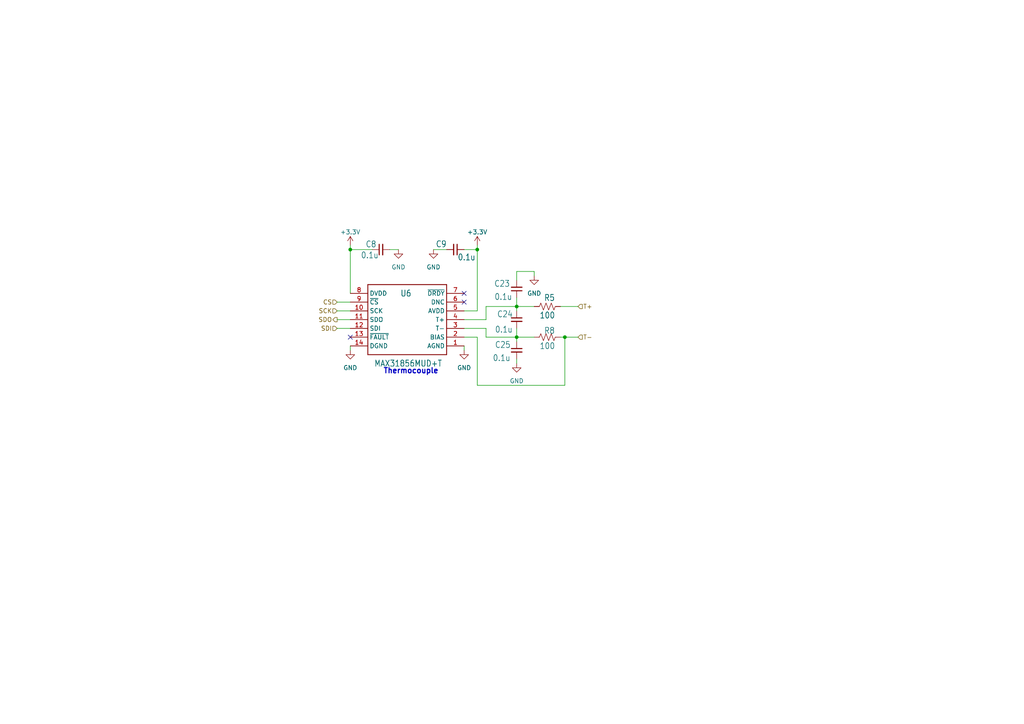
<source format=kicad_sch>
(kicad_sch
	(version 20231120)
	(generator "eeschema")
	(generator_version "8.0")
	(uuid "00f2a0ff-d799-45cb-8ff1-4e2222c2dd8d")
	(paper "A4")
	(lib_symbols
		(symbol "BRGRavionics-eagle-import:MAX31856MUD+T"
			(exclude_from_sim no)
			(in_bom yes)
			(on_board yes)
			(property "Reference" "IC"
				(at 29.21 7.62 0)
				(effects
					(font
						(size 1.778 1.5113)
					)
					(justify left)
				)
			)
			(property "Value" ""
				(at 29.21 5.08 0)
				(effects
					(font
						(size 1.778 1.5113)
					)
					(justify left)
				)
			)
			(property "Footprint" "BRGRavionics:SOP65P640X110-14N"
				(at 0 0 0)
				(effects
					(font
						(size 1.27 1.27)
					)
					(hide yes)
				)
			)
			(property "Datasheet" ""
				(at 0 0 0)
				(effects
					(font
						(size 1.27 1.27)
					)
					(hide yes)
				)
			)
			(property "Description" ""
				(at 0 0 0)
				(effects
					(font
						(size 1.27 1.27)
					)
					(hide yes)
				)
			)
			(property "ki_locked" ""
				(at 0 0 0)
				(effects
					(font
						(size 1.27 1.27)
					)
				)
			)
			(symbol "MAX31856MUD+T_1_0"
				(polyline
					(pts
						(xy 5.08 2.54) (xy 5.08 -17.78)
					)
					(stroke
						(width 0.254)
						(type solid)
					)
					(fill
						(type none)
					)
				)
				(polyline
					(pts
						(xy 5.08 2.54) (xy 27.94 2.54)
					)
					(stroke
						(width 0.254)
						(type solid)
					)
					(fill
						(type none)
					)
				)
				(polyline
					(pts
						(xy 27.94 -17.78) (xy 5.08 -17.78)
					)
					(stroke
						(width 0.254)
						(type solid)
					)
					(fill
						(type none)
					)
				)
				(polyline
					(pts
						(xy 27.94 -17.78) (xy 27.94 2.54)
					)
					(stroke
						(width 0.254)
						(type solid)
					)
					(fill
						(type none)
					)
				)
				(pin bidirectional line
					(at 0 0 0)
					(length 5.08)
					(name "AGND"
						(effects
							(font
								(size 1.27 1.27)
							)
						)
					)
					(number "1"
						(effects
							(font
								(size 1.27 1.27)
							)
						)
					)
				)
				(pin bidirectional line
					(at 33.02 -10.16 180)
					(length 5.08)
					(name "SCK"
						(effects
							(font
								(size 1.27 1.27)
							)
						)
					)
					(number "10"
						(effects
							(font
								(size 1.27 1.27)
							)
						)
					)
				)
				(pin bidirectional line
					(at 33.02 -7.62 180)
					(length 5.08)
					(name "SDO"
						(effects
							(font
								(size 1.27 1.27)
							)
						)
					)
					(number "11"
						(effects
							(font
								(size 1.27 1.27)
							)
						)
					)
				)
				(pin bidirectional line
					(at 33.02 -5.08 180)
					(length 5.08)
					(name "SDI"
						(effects
							(font
								(size 1.27 1.27)
							)
						)
					)
					(number "12"
						(effects
							(font
								(size 1.27 1.27)
							)
						)
					)
				)
				(pin bidirectional line
					(at 33.02 -2.54 180)
					(length 5.08)
					(name "~{FAULT}"
						(effects
							(font
								(size 1.27 1.27)
							)
						)
					)
					(number "13"
						(effects
							(font
								(size 1.27 1.27)
							)
						)
					)
				)
				(pin bidirectional line
					(at 33.02 0 180)
					(length 5.08)
					(name "DGND"
						(effects
							(font
								(size 1.27 1.27)
							)
						)
					)
					(number "14"
						(effects
							(font
								(size 1.27 1.27)
							)
						)
					)
				)
				(pin bidirectional line
					(at 0 -2.54 0)
					(length 5.08)
					(name "BIAS"
						(effects
							(font
								(size 1.27 1.27)
							)
						)
					)
					(number "2"
						(effects
							(font
								(size 1.27 1.27)
							)
						)
					)
				)
				(pin bidirectional line
					(at 0 -5.08 0)
					(length 5.08)
					(name "T-"
						(effects
							(font
								(size 1.27 1.27)
							)
						)
					)
					(number "3"
						(effects
							(font
								(size 1.27 1.27)
							)
						)
					)
				)
				(pin bidirectional line
					(at 0 -7.62 0)
					(length 5.08)
					(name "T+"
						(effects
							(font
								(size 1.27 1.27)
							)
						)
					)
					(number "4"
						(effects
							(font
								(size 1.27 1.27)
							)
						)
					)
				)
				(pin bidirectional line
					(at 0 -10.16 0)
					(length 5.08)
					(name "AVDD"
						(effects
							(font
								(size 1.27 1.27)
							)
						)
					)
					(number "5"
						(effects
							(font
								(size 1.27 1.27)
							)
						)
					)
				)
				(pin bidirectional line
					(at 0 -12.7 0)
					(length 5.08)
					(name "DNC"
						(effects
							(font
								(size 1.27 1.27)
							)
						)
					)
					(number "6"
						(effects
							(font
								(size 1.27 1.27)
							)
						)
					)
				)
				(pin bidirectional line
					(at 0 -15.24 0)
					(length 5.08)
					(name "~{DRDY}"
						(effects
							(font
								(size 1.27 1.27)
							)
						)
					)
					(number "7"
						(effects
							(font
								(size 1.27 1.27)
							)
						)
					)
				)
				(pin bidirectional line
					(at 33.02 -15.24 180)
					(length 5.08)
					(name "DVDD"
						(effects
							(font
								(size 1.27 1.27)
							)
						)
					)
					(number "8"
						(effects
							(font
								(size 1.27 1.27)
							)
						)
					)
				)
				(pin bidirectional line
					(at 33.02 -12.7 180)
					(length 5.08)
					(name "~{CS}"
						(effects
							(font
								(size 1.27 1.27)
							)
						)
					)
					(number "9"
						(effects
							(font
								(size 1.27 1.27)
							)
						)
					)
				)
			)
		)
		(symbol "Device:C_Small"
			(pin_numbers hide)
			(pin_names
				(offset 0.254) hide)
			(exclude_from_sim no)
			(in_bom yes)
			(on_board yes)
			(property "Reference" "C"
				(at 0.254 1.778 0)
				(effects
					(font
						(size 1.27 1.27)
					)
					(justify left)
				)
			)
			(property "Value" "C_Small"
				(at 0.254 -2.032 0)
				(effects
					(font
						(size 1.27 1.27)
					)
					(justify left)
				)
			)
			(property "Footprint" ""
				(at 0 0 0)
				(effects
					(font
						(size 1.27 1.27)
					)
					(hide yes)
				)
			)
			(property "Datasheet" "~"
				(at 0 0 0)
				(effects
					(font
						(size 1.27 1.27)
					)
					(hide yes)
				)
			)
			(property "Description" "Unpolarized capacitor, small symbol"
				(at 0 0 0)
				(effects
					(font
						(size 1.27 1.27)
					)
					(hide yes)
				)
			)
			(property "ki_keywords" "capacitor cap"
				(at 0 0 0)
				(effects
					(font
						(size 1.27 1.27)
					)
					(hide yes)
				)
			)
			(property "ki_fp_filters" "C_*"
				(at 0 0 0)
				(effects
					(font
						(size 1.27 1.27)
					)
					(hide yes)
				)
			)
			(symbol "C_Small_0_1"
				(polyline
					(pts
						(xy -1.524 -0.508) (xy 1.524 -0.508)
					)
					(stroke
						(width 0.3302)
						(type default)
					)
					(fill
						(type none)
					)
				)
				(polyline
					(pts
						(xy -1.524 0.508) (xy 1.524 0.508)
					)
					(stroke
						(width 0.3048)
						(type default)
					)
					(fill
						(type none)
					)
				)
			)
			(symbol "C_Small_1_1"
				(pin passive line
					(at 0 2.54 270)
					(length 2.032)
					(name "~"
						(effects
							(font
								(size 1.27 1.27)
							)
						)
					)
					(number "1"
						(effects
							(font
								(size 1.27 1.27)
							)
						)
					)
				)
				(pin passive line
					(at 0 -2.54 90)
					(length 2.032)
					(name "~"
						(effects
							(font
								(size 1.27 1.27)
							)
						)
					)
					(number "2"
						(effects
							(font
								(size 1.27 1.27)
							)
						)
					)
				)
			)
		)
		(symbol "Device:R_US"
			(pin_numbers hide)
			(pin_names
				(offset 0)
			)
			(exclude_from_sim no)
			(in_bom yes)
			(on_board yes)
			(property "Reference" "R"
				(at 2.54 0 90)
				(effects
					(font
						(size 1.27 1.27)
					)
				)
			)
			(property "Value" "R_US"
				(at -2.54 0 90)
				(effects
					(font
						(size 1.27 1.27)
					)
				)
			)
			(property "Footprint" ""
				(at 1.016 -0.254 90)
				(effects
					(font
						(size 1.27 1.27)
					)
					(hide yes)
				)
			)
			(property "Datasheet" "~"
				(at 0 0 0)
				(effects
					(font
						(size 1.27 1.27)
					)
					(hide yes)
				)
			)
			(property "Description" "Resistor, US symbol"
				(at 0 0 0)
				(effects
					(font
						(size 1.27 1.27)
					)
					(hide yes)
				)
			)
			(property "ki_keywords" "R res resistor"
				(at 0 0 0)
				(effects
					(font
						(size 1.27 1.27)
					)
					(hide yes)
				)
			)
			(property "ki_fp_filters" "R_*"
				(at 0 0 0)
				(effects
					(font
						(size 1.27 1.27)
					)
					(hide yes)
				)
			)
			(symbol "R_US_0_1"
				(polyline
					(pts
						(xy 0 -2.286) (xy 0 -2.54)
					)
					(stroke
						(width 0)
						(type default)
					)
					(fill
						(type none)
					)
				)
				(polyline
					(pts
						(xy 0 2.286) (xy 0 2.54)
					)
					(stroke
						(width 0)
						(type default)
					)
					(fill
						(type none)
					)
				)
				(polyline
					(pts
						(xy 0 -0.762) (xy 1.016 -1.143) (xy 0 -1.524) (xy -1.016 -1.905) (xy 0 -2.286)
					)
					(stroke
						(width 0)
						(type default)
					)
					(fill
						(type none)
					)
				)
				(polyline
					(pts
						(xy 0 0.762) (xy 1.016 0.381) (xy 0 0) (xy -1.016 -0.381) (xy 0 -0.762)
					)
					(stroke
						(width 0)
						(type default)
					)
					(fill
						(type none)
					)
				)
				(polyline
					(pts
						(xy 0 2.286) (xy 1.016 1.905) (xy 0 1.524) (xy -1.016 1.143) (xy 0 0.762)
					)
					(stroke
						(width 0)
						(type default)
					)
					(fill
						(type none)
					)
				)
			)
			(symbol "R_US_1_1"
				(pin passive line
					(at 0 3.81 270)
					(length 1.27)
					(name "~"
						(effects
							(font
								(size 1.27 1.27)
							)
						)
					)
					(number "1"
						(effects
							(font
								(size 1.27 1.27)
							)
						)
					)
				)
				(pin passive line
					(at 0 -3.81 90)
					(length 1.27)
					(name "~"
						(effects
							(font
								(size 1.27 1.27)
							)
						)
					)
					(number "2"
						(effects
							(font
								(size 1.27 1.27)
							)
						)
					)
				)
			)
		)
		(symbol "power:+3.3V"
			(power)
			(pin_names
				(offset 0)
			)
			(exclude_from_sim no)
			(in_bom yes)
			(on_board yes)
			(property "Reference" "#PWR"
				(at 0 -3.81 0)
				(effects
					(font
						(size 1.27 1.27)
					)
					(hide yes)
				)
			)
			(property "Value" "+3.3V"
				(at 0 3.556 0)
				(effects
					(font
						(size 1.27 1.27)
					)
				)
			)
			(property "Footprint" ""
				(at 0 0 0)
				(effects
					(font
						(size 1.27 1.27)
					)
					(hide yes)
				)
			)
			(property "Datasheet" ""
				(at 0 0 0)
				(effects
					(font
						(size 1.27 1.27)
					)
					(hide yes)
				)
			)
			(property "Description" "Power symbol creates a global label with name \"+3.3V\""
				(at 0 0 0)
				(effects
					(font
						(size 1.27 1.27)
					)
					(hide yes)
				)
			)
			(property "ki_keywords" "global power"
				(at 0 0 0)
				(effects
					(font
						(size 1.27 1.27)
					)
					(hide yes)
				)
			)
			(symbol "+3.3V_0_1"
				(polyline
					(pts
						(xy -0.762 1.27) (xy 0 2.54)
					)
					(stroke
						(width 0)
						(type default)
					)
					(fill
						(type none)
					)
				)
				(polyline
					(pts
						(xy 0 0) (xy 0 2.54)
					)
					(stroke
						(width 0)
						(type default)
					)
					(fill
						(type none)
					)
				)
				(polyline
					(pts
						(xy 0 2.54) (xy 0.762 1.27)
					)
					(stroke
						(width 0)
						(type default)
					)
					(fill
						(type none)
					)
				)
			)
			(symbol "+3.3V_1_1"
				(pin power_in line
					(at 0 0 90)
					(length 0) hide
					(name "+3.3V"
						(effects
							(font
								(size 1.27 1.27)
							)
						)
					)
					(number "1"
						(effects
							(font
								(size 1.27 1.27)
							)
						)
					)
				)
			)
		)
		(symbol "power:GND"
			(power)
			(pin_names
				(offset 0)
			)
			(exclude_from_sim no)
			(in_bom yes)
			(on_board yes)
			(property "Reference" "#PWR"
				(at 0 -6.35 0)
				(effects
					(font
						(size 1.27 1.27)
					)
					(hide yes)
				)
			)
			(property "Value" "GND"
				(at 0 -3.81 0)
				(effects
					(font
						(size 1.27 1.27)
					)
				)
			)
			(property "Footprint" ""
				(at 0 0 0)
				(effects
					(font
						(size 1.27 1.27)
					)
					(hide yes)
				)
			)
			(property "Datasheet" ""
				(at 0 0 0)
				(effects
					(font
						(size 1.27 1.27)
					)
					(hide yes)
				)
			)
			(property "Description" "Power symbol creates a global label with name \"GND\" , ground"
				(at 0 0 0)
				(effects
					(font
						(size 1.27 1.27)
					)
					(hide yes)
				)
			)
			(property "ki_keywords" "global power"
				(at 0 0 0)
				(effects
					(font
						(size 1.27 1.27)
					)
					(hide yes)
				)
			)
			(symbol "GND_0_1"
				(polyline
					(pts
						(xy 0 0) (xy 0 -1.27) (xy 1.27 -1.27) (xy 0 -2.54) (xy -1.27 -1.27) (xy 0 -1.27)
					)
					(stroke
						(width 0)
						(type default)
					)
					(fill
						(type none)
					)
				)
			)
			(symbol "GND_1_1"
				(pin power_in line
					(at 0 0 270)
					(length 0) hide
					(name "GND"
						(effects
							(font
								(size 1.27 1.27)
							)
						)
					)
					(number "1"
						(effects
							(font
								(size 1.27 1.27)
							)
						)
					)
				)
			)
		)
	)
	(junction
		(at 101.6 72.39)
		(diameter 0)
		(color 0 0 0 0)
		(uuid "68d8fe08-9c42-43bd-8e7e-6b5a4b0c9ae1")
	)
	(junction
		(at 138.43 72.39)
		(diameter 0)
		(color 0 0 0 0)
		(uuid "c12d9359-1694-4a35-84ac-2c69dd311533")
	)
	(junction
		(at 149.86 88.9)
		(diameter 0)
		(color 0 0 0 0)
		(uuid "c9bb25de-b79c-45b0-a34f-3ef118af068a")
	)
	(junction
		(at 163.83 97.79)
		(diameter 0)
		(color 0 0 0 0)
		(uuid "d30aedfd-6ed1-4a3d-83d4-94cfbd548f9e")
	)
	(junction
		(at 149.86 97.79)
		(diameter 0)
		(color 0 0 0 0)
		(uuid "ff39a96e-5489-4b2b-96ba-307f2d460657")
	)
	(no_connect
		(at 134.62 87.63)
		(uuid "0c9b174e-4881-46e5-97ae-f829cda9d415")
	)
	(no_connect
		(at 134.62 85.09)
		(uuid "4f3f5fb1-51cb-4801-9f82-042e827b565a")
	)
	(no_connect
		(at 101.6 97.79)
		(uuid "ce343def-d7fc-4747-ac1c-64d5d3bffae7")
	)
	(wire
		(pts
			(xy 149.86 90.17) (xy 149.86 88.9)
		)
		(stroke
			(width 0)
			(type default)
		)
		(uuid "05eeef58-70be-4a77-90ed-c3f2962c4452")
	)
	(wire
		(pts
			(xy 140.97 88.9) (xy 149.86 88.9)
		)
		(stroke
			(width 0.1524)
			(type solid)
		)
		(uuid "086aa627-7e8f-4b63-ae45-a190e3ed419a")
	)
	(wire
		(pts
			(xy 149.86 88.9) (xy 154.94 88.9)
		)
		(stroke
			(width 0.1524)
			(type solid)
		)
		(uuid "16e69bd9-6fed-4828-ac09-c9d221c2e3f9")
	)
	(wire
		(pts
			(xy 101.6 72.39) (xy 107.95 72.39)
		)
		(stroke
			(width 0)
			(type default)
		)
		(uuid "20d4e0b4-e156-472a-98de-0aeabdd19c80")
	)
	(wire
		(pts
			(xy 138.43 111.76) (xy 163.83 111.76)
		)
		(stroke
			(width 0.1524)
			(type solid)
		)
		(uuid "220fa4f3-8e60-4205-b779-d113ef2db22f")
	)
	(wire
		(pts
			(xy 97.79 90.17) (xy 101.6 90.17)
		)
		(stroke
			(width 0.1524)
			(type solid)
		)
		(uuid "2c05f0a6-dce2-4342-9dd8-2f1f3e858c20")
	)
	(wire
		(pts
			(xy 97.79 87.63) (xy 101.6 87.63)
		)
		(stroke
			(width 0)
			(type default)
		)
		(uuid "31871dab-8285-4516-b5b9-67c6a0899470")
	)
	(wire
		(pts
			(xy 134.62 97.79) (xy 138.43 97.79)
		)
		(stroke
			(width 0.1524)
			(type solid)
		)
		(uuid "421e4471-50fe-4036-ae6e-4888c0ca8a85")
	)
	(wire
		(pts
			(xy 149.86 81.28) (xy 149.86 78.74)
		)
		(stroke
			(width 0)
			(type default)
		)
		(uuid "4393c5fd-e4e3-4d90-af0e-428b2640e2c4")
	)
	(wire
		(pts
			(xy 149.86 99.06) (xy 149.86 97.79)
		)
		(stroke
			(width 0)
			(type default)
		)
		(uuid "48f01860-d6e7-4f79-9f93-bf1335587226")
	)
	(wire
		(pts
			(xy 138.43 71.12) (xy 138.43 72.39)
		)
		(stroke
			(width 0)
			(type default)
		)
		(uuid "52c08a52-5a73-4edf-8ef8-f1d69eade0d8")
	)
	(wire
		(pts
			(xy 140.97 97.79) (xy 140.97 95.25)
		)
		(stroke
			(width 0.1524)
			(type solid)
		)
		(uuid "5d8fd5b1-37bf-4c0c-b053-298c8303c656")
	)
	(wire
		(pts
			(xy 149.86 97.79) (xy 140.97 97.79)
		)
		(stroke
			(width 0.1524)
			(type solid)
		)
		(uuid "6423ce35-1d4d-435f-9e8c-dd850649efa0")
	)
	(wire
		(pts
			(xy 134.62 92.71) (xy 140.97 92.71)
		)
		(stroke
			(width 0.1524)
			(type solid)
		)
		(uuid "6c24b597-9043-4df8-b75e-a2978bfdc9c1")
	)
	(wire
		(pts
			(xy 162.56 97.79) (xy 163.83 97.79)
		)
		(stroke
			(width 0)
			(type default)
		)
		(uuid "749f8208-215f-4dd4-8fed-cf8dd34d5733")
	)
	(wire
		(pts
			(xy 149.86 78.74) (xy 154.94 78.74)
		)
		(stroke
			(width 0)
			(type default)
		)
		(uuid "79ec2e29-1c9f-4fe5-b6df-cc00731cac32")
	)
	(wire
		(pts
			(xy 138.43 90.17) (xy 134.62 90.17)
		)
		(stroke
			(width 0.1524)
			(type solid)
		)
		(uuid "8add1d6b-06a9-40a7-9de1-a6b6b0e30a9b")
	)
	(wire
		(pts
			(xy 101.6 72.39) (xy 101.6 85.09)
		)
		(stroke
			(width 0)
			(type default)
		)
		(uuid "91a5e91f-7052-4a1c-bb3b-dea82e5586af")
	)
	(wire
		(pts
			(xy 101.6 100.33) (xy 101.6 101.6)
		)
		(stroke
			(width 0)
			(type default)
		)
		(uuid "91c5ed38-d68e-4b26-a56e-84630af5ba9a")
	)
	(wire
		(pts
			(xy 140.97 95.25) (xy 134.62 95.25)
		)
		(stroke
			(width 0.1524)
			(type solid)
		)
		(uuid "921981b8-51ca-4d02-80cf-5c46e06766b3")
	)
	(wire
		(pts
			(xy 154.94 97.79) (xy 149.86 97.79)
		)
		(stroke
			(width 0)
			(type default)
		)
		(uuid "955e39c0-9ff8-4892-8181-d839838a4fc7")
	)
	(wire
		(pts
			(xy 162.56 88.9) (xy 167.64 88.9)
		)
		(stroke
			(width 0)
			(type default)
		)
		(uuid "964675f1-9bfe-437c-8b8d-751824ee8644")
	)
	(wire
		(pts
			(xy 134.62 101.6) (xy 134.62 100.33)
		)
		(stroke
			(width 0)
			(type default)
		)
		(uuid "9c785983-06fe-4f26-85a2-b969b2f38e0a")
	)
	(wire
		(pts
			(xy 138.43 97.79) (xy 138.43 111.76)
		)
		(stroke
			(width 0.1524)
			(type solid)
		)
		(uuid "9c86122f-c599-4006-bfc5-d1b5eb747966")
	)
	(wire
		(pts
			(xy 134.62 72.39) (xy 138.43 72.39)
		)
		(stroke
			(width 0)
			(type default)
		)
		(uuid "9e68219c-0d70-4029-a8e4-65e2ffab9828")
	)
	(wire
		(pts
			(xy 163.83 111.76) (xy 163.83 97.79)
		)
		(stroke
			(width 0.1524)
			(type solid)
		)
		(uuid "a4af1416-5745-4af6-af4c-ceacb8b8636b")
	)
	(wire
		(pts
			(xy 149.86 105.41) (xy 149.86 104.14)
		)
		(stroke
			(width 0)
			(type default)
		)
		(uuid "ab2dd8b0-fd1c-4f27-87fb-4bdbecdc71af")
	)
	(wire
		(pts
			(xy 125.73 72.39) (xy 129.54 72.39)
		)
		(stroke
			(width 0)
			(type default)
		)
		(uuid "ac3a4d4a-74fb-4b33-b1d3-779129f9e9fa")
	)
	(wire
		(pts
			(xy 101.6 72.39) (xy 101.6 71.12)
		)
		(stroke
			(width 0)
			(type default)
		)
		(uuid "c1c8369d-ad76-405d-9c4d-76ba2e2f5283")
	)
	(wire
		(pts
			(xy 138.43 72.39) (xy 138.43 90.17)
		)
		(stroke
			(width 0)
			(type default)
		)
		(uuid "c68d70bc-5c9f-4f65-98b2-50dc1e8359c5")
	)
	(wire
		(pts
			(xy 149.86 95.25) (xy 149.86 97.79)
		)
		(stroke
			(width 0)
			(type default)
		)
		(uuid "d12f31f7-8f26-4c4a-8b5a-50402d441e38")
	)
	(wire
		(pts
			(xy 97.79 95.25) (xy 101.6 95.25)
		)
		(stroke
			(width 0.1524)
			(type solid)
		)
		(uuid "d41778ea-38ea-4a4b-9081-bfc4f981af0d")
	)
	(wire
		(pts
			(xy 140.97 92.71) (xy 140.97 88.9)
		)
		(stroke
			(width 0.1524)
			(type solid)
		)
		(uuid "dd47ceea-29ef-4ffa-aab0-9792a889187b")
	)
	(wire
		(pts
			(xy 163.83 97.79) (xy 167.64 97.79)
		)
		(stroke
			(width 0.1524)
			(type solid)
		)
		(uuid "ee88661c-eda1-40cf-8314-0dedf552e298")
	)
	(wire
		(pts
			(xy 154.94 78.74) (xy 154.94 80.01)
		)
		(stroke
			(width 0)
			(type default)
		)
		(uuid "f0c7db38-cba4-4d4a-afa7-ff8d26f9e1c5")
	)
	(wire
		(pts
			(xy 97.79 92.71) (xy 101.6 92.71)
		)
		(stroke
			(width 0.1524)
			(type solid)
		)
		(uuid "f41ed511-5c9a-4d00-82c2-81b5b57fe591")
	)
	(wire
		(pts
			(xy 113.03 72.39) (xy 115.57 72.39)
		)
		(stroke
			(width 0)
			(type default)
		)
		(uuid "f4d6e5c3-a277-43ab-bf46-ff0c01fdc5b1")
	)
	(wire
		(pts
			(xy 149.86 86.36) (xy 149.86 88.9)
		)
		(stroke
			(width 0)
			(type default)
		)
		(uuid "f78db8b0-1238-4843-81ec-b38698216767")
	)
	(text "Thermocouple"
		(exclude_from_sim no)
		(at 111.125 108.585 0)
		(effects
			(font
				(size 1.524 1.524)
				(thickness 0.3048)
				(bold yes)
			)
			(justify left bottom)
		)
		(uuid "152266f6-d9ef-48bb-bc19-75d678a036d5")
	)
	(hierarchical_label "SDO"
		(shape output)
		(at 97.79 92.71 180)
		(fields_autoplaced yes)
		(effects
			(font
				(size 1.27 1.27)
			)
			(justify right)
		)
		(uuid "17b1299e-a92a-4a23-b052-81c9d6e31135")
	)
	(hierarchical_label "CS"
		(shape input)
		(at 97.79 87.63 180)
		(fields_autoplaced yes)
		(effects
			(font
				(size 1.27 1.27)
			)
			(justify right)
		)
		(uuid "6fb1318f-cffa-4a8d-a402-b69c558c6bd8")
	)
	(hierarchical_label "T-"
		(shape input)
		(at 167.64 97.79 0)
		(fields_autoplaced yes)
		(effects
			(font
				(size 1.27 1.27)
			)
			(justify left)
		)
		(uuid "88c5b5fd-d2be-4856-bee2-e461591bada5")
	)
	(hierarchical_label "T+"
		(shape input)
		(at 167.64 88.9 0)
		(fields_autoplaced yes)
		(effects
			(font
				(size 1.27 1.27)
			)
			(justify left)
		)
		(uuid "c8169164-c36f-42cc-92a7-81097bac61d9")
	)
	(hierarchical_label "SCK"
		(shape input)
		(at 97.79 90.17 180)
		(fields_autoplaced yes)
		(effects
			(font
				(size 1.27 1.27)
			)
			(justify right)
		)
		(uuid "ca0b2e80-58ec-4358-9511-1e2d7e82659d")
	)
	(hierarchical_label "SDI"
		(shape input)
		(at 97.79 95.25 180)
		(fields_autoplaced yes)
		(effects
			(font
				(size 1.27 1.27)
			)
			(justify right)
		)
		(uuid "d69cf74f-8418-4687-90f1-5b1103b876ad")
	)
	(symbol
		(lib_id "Device:C_Small")
		(at 132.08 72.39 270)
		(unit 1)
		(exclude_from_sim no)
		(in_bom yes)
		(on_board yes)
		(dnp no)
		(uuid "1b3c17d2-1543-49b8-a424-b1334438cd8b")
		(property "Reference" "C9"
			(at 126.365 71.755 90)
			(effects
				(font
					(size 1.778 1.5113)
				)
				(justify left bottom)
			)
		)
		(property "Value" "0.1u"
			(at 132.715 75.565 90)
			(effects
				(font
					(size 1.778 1.5113)
				)
				(justify left bottom)
			)
		)
		(property "Footprint" "Capacitor_SMD:C_0603_1608Metric"
			(at 132.08 72.39 0)
			(effects
				(font
					(size 1.27 1.27)
				)
				(hide yes)
			)
		)
		(property "Datasheet" "~"
			(at 132.08 72.39 0)
			(effects
				(font
					(size 1.27 1.27)
				)
				(hide yes)
			)
		)
		(property "Description" ""
			(at 132.08 72.39 0)
			(effects
				(font
					(size 1.27 1.27)
				)
				(hide yes)
			)
		)
		(pin "1"
			(uuid "73acaced-6d60-4846-9aaf-90f0dc3f48eb")
		)
		(pin "2"
			(uuid "fd9f8014-45b1-47f6-9df1-393ffa4a6b69")
		)
		(instances
			(project "BRGRavionics2.4.1"
				(path "/4e6fd9e4-e85c-45d6-9f9c-1f20b37f8bd7/b00cdb22-0b75-4b3c-9f2d-6c8417408d33"
					(reference "C9")
					(unit 1)
				)
			)
		)
	)
	(symbol
		(lib_id "power:GND")
		(at 154.94 80.01 0)
		(mirror y)
		(unit 1)
		(exclude_from_sim no)
		(in_bom yes)
		(on_board yes)
		(dnp no)
		(uuid "1b8f3518-5bb7-4589-97a2-7e55a42ce830")
		(property "Reference" "#PWR056"
			(at 154.94 86.36 0)
			(effects
				(font
					(size 1.27 1.27)
				)
				(hide yes)
			)
		)
		(property "Value" "GND"
			(at 154.94 85.09 0)
			(effects
				(font
					(size 1.27 1.27)
				)
			)
		)
		(property "Footprint" ""
			(at 154.94 80.01 0)
			(effects
				(font
					(size 1.27 1.27)
				)
				(hide yes)
			)
		)
		(property "Datasheet" ""
			(at 154.94 80.01 0)
			(effects
				(font
					(size 1.27 1.27)
				)
				(hide yes)
			)
		)
		(property "Description" ""
			(at 154.94 80.01 0)
			(effects
				(font
					(size 1.27 1.27)
				)
				(hide yes)
			)
		)
		(pin "1"
			(uuid "3ad199a0-8915-4963-88aa-fc6dcbc8b572")
		)
		(instances
			(project "BRGRavionics2.4.1"
				(path "/4e6fd9e4-e85c-45d6-9f9c-1f20b37f8bd7/b00cdb22-0b75-4b3c-9f2d-6c8417408d33"
					(reference "#PWR056")
					(unit 1)
				)
			)
		)
	)
	(symbol
		(lib_id "power:GND")
		(at 125.73 72.39 0)
		(mirror y)
		(unit 1)
		(exclude_from_sim no)
		(in_bom yes)
		(on_board yes)
		(dnp no)
		(uuid "245b8f97-f857-486b-9d50-6c971bb54120")
		(property "Reference" "#PWR060"
			(at 125.73 78.74 0)
			(effects
				(font
					(size 1.27 1.27)
				)
				(hide yes)
			)
		)
		(property "Value" "GND"
			(at 125.73 77.47 0)
			(effects
				(font
					(size 1.27 1.27)
				)
			)
		)
		(property "Footprint" ""
			(at 125.73 72.39 0)
			(effects
				(font
					(size 1.27 1.27)
				)
				(hide yes)
			)
		)
		(property "Datasheet" ""
			(at 125.73 72.39 0)
			(effects
				(font
					(size 1.27 1.27)
				)
				(hide yes)
			)
		)
		(property "Description" ""
			(at 125.73 72.39 0)
			(effects
				(font
					(size 1.27 1.27)
				)
				(hide yes)
			)
		)
		(pin "1"
			(uuid "5d63b0ec-d397-4e28-ae6b-37d8833eac10")
		)
		(instances
			(project "BRGRavionics2.4.1"
				(path "/4e6fd9e4-e85c-45d6-9f9c-1f20b37f8bd7/b00cdb22-0b75-4b3c-9f2d-6c8417408d33"
					(reference "#PWR060")
					(unit 1)
				)
			)
		)
	)
	(symbol
		(lib_id "Device:C_Small")
		(at 110.49 72.39 90)
		(unit 1)
		(exclude_from_sim no)
		(in_bom yes)
		(on_board yes)
		(dnp no)
		(uuid "2e54d443-14a4-4143-9527-fea87cf7d7b5")
		(property "Reference" "C8"
			(at 109.22 69.85 90)
			(effects
				(font
					(size 1.778 1.5113)
				)
				(justify left bottom)
			)
		)
		(property "Value" "0.1u"
			(at 109.855 73.025 90)
			(effects
				(font
					(size 1.778 1.5113)
				)
				(justify left bottom)
			)
		)
		(property "Footprint" "Capacitor_SMD:C_0603_1608Metric"
			(at 110.49 72.39 0)
			(effects
				(font
					(size 1.27 1.27)
				)
				(hide yes)
			)
		)
		(property "Datasheet" "~"
			(at 110.49 72.39 0)
			(effects
				(font
					(size 1.27 1.27)
				)
				(hide yes)
			)
		)
		(property "Description" ""
			(at 110.49 72.39 0)
			(effects
				(font
					(size 1.27 1.27)
				)
				(hide yes)
			)
		)
		(pin "1"
			(uuid "f338a1c6-96a0-46a0-8bc7-7041a2045023")
		)
		(pin "2"
			(uuid "d9e1dd09-3f6c-478a-ad59-622705540a2f")
		)
		(instances
			(project "BRGRavionics2.4.1"
				(path "/4e6fd9e4-e85c-45d6-9f9c-1f20b37f8bd7/b00cdb22-0b75-4b3c-9f2d-6c8417408d33"
					(reference "C8")
					(unit 1)
				)
			)
		)
	)
	(symbol
		(lib_id "Device:R_US")
		(at 158.75 88.9 270)
		(unit 1)
		(exclude_from_sim no)
		(in_bom yes)
		(on_board yes)
		(dnp no)
		(uuid "4ce5ebf2-0ffc-484f-91f8-a5e0a5576d24")
		(property "Reference" "R5"
			(at 159.385 86.36 90)
			(effects
				(font
					(size 1.778 1.5113)
				)
			)
		)
		(property "Value" "100"
			(at 158.75 91.44 90)
			(effects
				(font
					(size 1.778 1.5113)
				)
			)
		)
		(property "Footprint" "Resistor_SMD:R_0603_1608Metric"
			(at 158.75 88.9 0)
			(effects
				(font
					(size 1.27 1.27)
				)
				(hide yes)
			)
		)
		(property "Datasheet" ""
			(at 158.75 88.9 0)
			(effects
				(font
					(size 1.27 1.27)
				)
				(hide yes)
			)
		)
		(property "Description" ""
			(at 158.75 88.9 0)
			(effects
				(font
					(size 1.27 1.27)
				)
				(hide yes)
			)
		)
		(pin "1"
			(uuid "19b5fa07-23d2-499a-a427-896b794ca28e")
		)
		(pin "2"
			(uuid "3cb45282-079b-4c6a-9be9-b4fdb33c4a59")
		)
		(instances
			(project "BRGRavionics2.4.1"
				(path "/4e6fd9e4-e85c-45d6-9f9c-1f20b37f8bd7/b00cdb22-0b75-4b3c-9f2d-6c8417408d33"
					(reference "R5")
					(unit 1)
				)
			)
		)
	)
	(symbol
		(lib_id "BRGRavionics-eagle-import:MAX31856MUD+T")
		(at 134.62 100.33 180)
		(unit 1)
		(exclude_from_sim no)
		(in_bom yes)
		(on_board yes)
		(dnp no)
		(uuid "6f911f92-2d16-4c55-a415-a4c64ed191d3")
		(property "Reference" "U6"
			(at 119.38 85.09 0)
			(effects
				(font
					(size 1.778 1.5113)
				)
				(justify left)
			)
		)
		(property "Value" "MAX31856MUD+T"
			(at 128.27 105.41 0)
			(effects
				(font
					(size 1.778 1.5113)
				)
				(justify left)
			)
		)
		(property "Footprint" "SamacSys_Parts:SOP65P640X110-14N"
			(at 134.62 100.33 0)
			(effects
				(font
					(size 1.27 1.27)
				)
				(hide yes)
			)
		)
		(property "Datasheet" ""
			(at 134.62 100.33 0)
			(effects
				(font
					(size 1.27 1.27)
				)
				(hide yes)
			)
		)
		(property "Description" ""
			(at 134.62 100.33 0)
			(effects
				(font
					(size 1.27 1.27)
				)
				(hide yes)
			)
		)
		(pin "1"
			(uuid "968cca64-3d34-46fb-b8d5-99fd1659d88e")
		)
		(pin "10"
			(uuid "ff4b713a-4fce-4812-8293-74cbf70eec52")
		)
		(pin "11"
			(uuid "a065efab-a16f-4833-8b9b-ccac8f31106d")
		)
		(pin "12"
			(uuid "c73bac5c-4c76-433d-9159-39c5a4b5c261")
		)
		(pin "13"
			(uuid "bae800a2-dbb4-473c-ae7c-53df91e12183")
		)
		(pin "14"
			(uuid "136df2f0-37b7-415c-bcbc-be6c32bc1f42")
		)
		(pin "2"
			(uuid "3fcb3fcb-9d94-4865-aba0-938b94de70e4")
		)
		(pin "3"
			(uuid "a73c544c-b788-40bd-bd6a-4ac4b290c864")
		)
		(pin "4"
			(uuid "488924cb-ab89-43be-b1da-b81f89776a23")
		)
		(pin "5"
			(uuid "93d0dc79-317d-48e8-9061-443bb3e04083")
		)
		(pin "6"
			(uuid "29a550d7-aec6-48e2-9375-503af5e65826")
		)
		(pin "7"
			(uuid "6ef61020-f764-4832-809c-4171d48aaa61")
		)
		(pin "8"
			(uuid "e837c77c-338f-4e18-aed5-03f7f7010db5")
		)
		(pin "9"
			(uuid "d9211d88-a265-43e2-b3a6-567ec1e03d40")
		)
		(instances
			(project "BRGRavionics2.4.1"
				(path "/4e6fd9e4-e85c-45d6-9f9c-1f20b37f8bd7/b00cdb22-0b75-4b3c-9f2d-6c8417408d33"
					(reference "U6")
					(unit 1)
				)
			)
		)
	)
	(symbol
		(lib_id "power:GND")
		(at 149.86 105.41 0)
		(mirror y)
		(unit 1)
		(exclude_from_sim no)
		(in_bom yes)
		(on_board yes)
		(dnp no)
		(uuid "71cbf6ec-9627-4dd9-9514-cb5358d1d911")
		(property "Reference" "#PWR059"
			(at 149.86 111.76 0)
			(effects
				(font
					(size 1.27 1.27)
				)
				(hide yes)
			)
		)
		(property "Value" "GND"
			(at 149.86 110.49 0)
			(effects
				(font
					(size 1.27 1.27)
				)
			)
		)
		(property "Footprint" ""
			(at 149.86 105.41 0)
			(effects
				(font
					(size 1.27 1.27)
				)
				(hide yes)
			)
		)
		(property "Datasheet" ""
			(at 149.86 105.41 0)
			(effects
				(font
					(size 1.27 1.27)
				)
				(hide yes)
			)
		)
		(property "Description" ""
			(at 149.86 105.41 0)
			(effects
				(font
					(size 1.27 1.27)
				)
				(hide yes)
			)
		)
		(pin "1"
			(uuid "56781e6b-1999-4f77-a2a2-e2b6750a4abe")
		)
		(instances
			(project "BRGRavionics2.4.1"
				(path "/4e6fd9e4-e85c-45d6-9f9c-1f20b37f8bd7/b00cdb22-0b75-4b3c-9f2d-6c8417408d33"
					(reference "#PWR059")
					(unit 1)
				)
			)
		)
	)
	(symbol
		(lib_id "Device:C_Small")
		(at 149.86 83.82 180)
		(unit 1)
		(exclude_from_sim no)
		(in_bom yes)
		(on_board yes)
		(dnp no)
		(uuid "884f65c7-f494-46eb-813b-a3c7e4b26ced")
		(property "Reference" "C23"
			(at 147.955 81.28 0)
			(effects
				(font
					(size 1.778 1.5113)
				)
				(justify left bottom)
			)
		)
		(property "Value" "0.1u"
			(at 148.59 85.09 0)
			(effects
				(font
					(size 1.778 1.5113)
				)
				(justify left bottom)
			)
		)
		(property "Footprint" "Capacitor_SMD:C_0603_1608Metric"
			(at 149.86 83.82 0)
			(effects
				(font
					(size 1.27 1.27)
				)
				(hide yes)
			)
		)
		(property "Datasheet" "~"
			(at 149.86 83.82 0)
			(effects
				(font
					(size 1.27 1.27)
				)
				(hide yes)
			)
		)
		(property "Description" ""
			(at 149.86 83.82 0)
			(effects
				(font
					(size 1.27 1.27)
				)
				(hide yes)
			)
		)
		(pin "1"
			(uuid "ccb65cde-c521-4647-9a46-4b03b08b7170")
		)
		(pin "2"
			(uuid "df94d17c-bff9-40b7-ac22-8b55991f906a")
		)
		(instances
			(project "BRGRavionics2.4.1"
				(path "/4e6fd9e4-e85c-45d6-9f9c-1f20b37f8bd7/b00cdb22-0b75-4b3c-9f2d-6c8417408d33"
					(reference "C23")
					(unit 1)
				)
			)
		)
	)
	(symbol
		(lib_id "power:GND")
		(at 115.57 72.39 0)
		(mirror y)
		(unit 1)
		(exclude_from_sim no)
		(in_bom yes)
		(on_board yes)
		(dnp no)
		(uuid "8a6e591d-ed18-4d3d-8222-713f4b10354e")
		(property "Reference" "#PWR061"
			(at 115.57 78.74 0)
			(effects
				(font
					(size 1.27 1.27)
				)
				(hide yes)
			)
		)
		(property "Value" "GND"
			(at 115.57 77.47 0)
			(effects
				(font
					(size 1.27 1.27)
				)
			)
		)
		(property "Footprint" ""
			(at 115.57 72.39 0)
			(effects
				(font
					(size 1.27 1.27)
				)
				(hide yes)
			)
		)
		(property "Datasheet" ""
			(at 115.57 72.39 0)
			(effects
				(font
					(size 1.27 1.27)
				)
				(hide yes)
			)
		)
		(property "Description" ""
			(at 115.57 72.39 0)
			(effects
				(font
					(size 1.27 1.27)
				)
				(hide yes)
			)
		)
		(pin "1"
			(uuid "b8e8429d-6051-4064-813f-b9d1f707232f")
		)
		(instances
			(project "BRGRavionics2.4.1"
				(path "/4e6fd9e4-e85c-45d6-9f9c-1f20b37f8bd7/b00cdb22-0b75-4b3c-9f2d-6c8417408d33"
					(reference "#PWR061")
					(unit 1)
				)
			)
		)
	)
	(symbol
		(lib_id "power:+3.3V")
		(at 138.43 71.12 0)
		(unit 1)
		(exclude_from_sim no)
		(in_bom yes)
		(on_board yes)
		(dnp no)
		(fields_autoplaced yes)
		(uuid "967a1254-bbbd-4011-8b17-6e8d9250f79c")
		(property "Reference" "#PWR012"
			(at 138.43 74.93 0)
			(effects
				(font
					(size 1.27 1.27)
				)
				(hide yes)
			)
		)
		(property "Value" "+3.3V"
			(at 138.43 67.31 0)
			(effects
				(font
					(size 1.27 1.27)
				)
			)
		)
		(property "Footprint" ""
			(at 138.43 71.12 0)
			(effects
				(font
					(size 1.27 1.27)
				)
				(hide yes)
			)
		)
		(property "Datasheet" ""
			(at 138.43 71.12 0)
			(effects
				(font
					(size 1.27 1.27)
				)
				(hide yes)
			)
		)
		(property "Description" ""
			(at 138.43 71.12 0)
			(effects
				(font
					(size 1.27 1.27)
				)
				(hide yes)
			)
		)
		(pin "1"
			(uuid "827b3728-b4de-4512-ab46-6521143fe77c")
		)
		(instances
			(project "BRGRavionics2.4.1"
				(path "/4e6fd9e4-e85c-45d6-9f9c-1f20b37f8bd7/b00cdb22-0b75-4b3c-9f2d-6c8417408d33"
					(reference "#PWR012")
					(unit 1)
				)
			)
		)
	)
	(symbol
		(lib_id "Device:C_Small")
		(at 149.86 101.6 0)
		(unit 1)
		(exclude_from_sim no)
		(in_bom yes)
		(on_board yes)
		(dnp no)
		(uuid "a3d6b215-1212-4837-94ed-68bddb5e67d3")
		(property "Reference" "C25"
			(at 143.51 100.965 0)
			(effects
				(font
					(size 1.778 1.5113)
				)
				(justify left bottom)
			)
		)
		(property "Value" "0.1u"
			(at 142.875 104.775 0)
			(effects
				(font
					(size 1.778 1.5113)
				)
				(justify left bottom)
			)
		)
		(property "Footprint" "Capacitor_SMD:C_0603_1608Metric"
			(at 149.86 101.6 0)
			(effects
				(font
					(size 1.27 1.27)
				)
				(hide yes)
			)
		)
		(property "Datasheet" "~"
			(at 149.86 101.6 0)
			(effects
				(font
					(size 1.27 1.27)
				)
				(hide yes)
			)
		)
		(property "Description" ""
			(at 149.86 101.6 0)
			(effects
				(font
					(size 1.27 1.27)
				)
				(hide yes)
			)
		)
		(pin "1"
			(uuid "15ca13de-841a-496c-b742-a6425a3617b8")
		)
		(pin "2"
			(uuid "20cc6a57-fda7-48a6-bdf5-c7564aa0c3e0")
		)
		(instances
			(project "BRGRavionics2.4.1"
				(path "/4e6fd9e4-e85c-45d6-9f9c-1f20b37f8bd7/b00cdb22-0b75-4b3c-9f2d-6c8417408d33"
					(reference "C25")
					(unit 1)
				)
			)
		)
	)
	(symbol
		(lib_id "Device:C_Small")
		(at 149.86 92.71 0)
		(unit 1)
		(exclude_from_sim no)
		(in_bom yes)
		(on_board yes)
		(dnp no)
		(uuid "ba2e0a7f-af53-4526-8a2e-845dc0f50c29")
		(property "Reference" "C24"
			(at 144.145 92.075 0)
			(effects
				(font
					(size 1.778 1.5113)
				)
				(justify left bottom)
			)
		)
		(property "Value" "0.1u"
			(at 143.51 96.52 0)
			(effects
				(font
					(size 1.778 1.5113)
				)
				(justify left bottom)
			)
		)
		(property "Footprint" "Capacitor_SMD:C_0603_1608Metric"
			(at 149.86 92.71 0)
			(effects
				(font
					(size 1.27 1.27)
				)
				(hide yes)
			)
		)
		(property "Datasheet" "~"
			(at 149.86 92.71 0)
			(effects
				(font
					(size 1.27 1.27)
				)
				(hide yes)
			)
		)
		(property "Description" ""
			(at 149.86 92.71 0)
			(effects
				(font
					(size 1.27 1.27)
				)
				(hide yes)
			)
		)
		(pin "1"
			(uuid "59842536-d8c4-4f62-8e83-39f1157e6882")
		)
		(pin "2"
			(uuid "77522ad4-1cdf-4aa1-84f7-932d09d35512")
		)
		(instances
			(project "BRGRavionics2.4.1"
				(path "/4e6fd9e4-e85c-45d6-9f9c-1f20b37f8bd7/b00cdb22-0b75-4b3c-9f2d-6c8417408d33"
					(reference "C24")
					(unit 1)
				)
			)
		)
	)
	(symbol
		(lib_id "power:GND")
		(at 101.6 101.6 0)
		(mirror y)
		(unit 1)
		(exclude_from_sim no)
		(in_bom yes)
		(on_board yes)
		(dnp no)
		(uuid "bea0badd-9580-4042-bfe9-a1e01d2a104b")
		(property "Reference" "#PWR057"
			(at 101.6 107.95 0)
			(effects
				(font
					(size 1.27 1.27)
				)
				(hide yes)
			)
		)
		(property "Value" "GND"
			(at 101.6 106.68 0)
			(effects
				(font
					(size 1.27 1.27)
				)
			)
		)
		(property "Footprint" ""
			(at 101.6 101.6 0)
			(effects
				(font
					(size 1.27 1.27)
				)
				(hide yes)
			)
		)
		(property "Datasheet" ""
			(at 101.6 101.6 0)
			(effects
				(font
					(size 1.27 1.27)
				)
				(hide yes)
			)
		)
		(property "Description" ""
			(at 101.6 101.6 0)
			(effects
				(font
					(size 1.27 1.27)
				)
				(hide yes)
			)
		)
		(pin "1"
			(uuid "4bf745ee-5344-4e3d-81cf-e96d9cfd518c")
		)
		(instances
			(project "BRGRavionics2.4.1"
				(path "/4e6fd9e4-e85c-45d6-9f9c-1f20b37f8bd7/b00cdb22-0b75-4b3c-9f2d-6c8417408d33"
					(reference "#PWR057")
					(unit 1)
				)
			)
		)
	)
	(symbol
		(lib_id "Device:R_US")
		(at 158.75 97.79 270)
		(unit 1)
		(exclude_from_sim no)
		(in_bom yes)
		(on_board yes)
		(dnp no)
		(uuid "ed4affd6-ceee-41cc-ae4e-a502defbd0e0")
		(property "Reference" "R8"
			(at 159.385 95.885 90)
			(effects
				(font
					(size 1.778 1.5113)
				)
			)
		)
		(property "Value" "100"
			(at 158.75 100.33 90)
			(effects
				(font
					(size 1.778 1.5113)
				)
			)
		)
		(property "Footprint" "Resistor_SMD:R_0603_1608Metric"
			(at 158.75 97.79 0)
			(effects
				(font
					(size 1.27 1.27)
				)
				(hide yes)
			)
		)
		(property "Datasheet" ""
			(at 158.75 97.79 0)
			(effects
				(font
					(size 1.27 1.27)
				)
				(hide yes)
			)
		)
		(property "Description" ""
			(at 158.75 97.79 0)
			(effects
				(font
					(size 1.27 1.27)
				)
				(hide yes)
			)
		)
		(pin "1"
			(uuid "f6484aca-7bfd-43b6-94ea-34bd1823e5b0")
		)
		(pin "2"
			(uuid "bc87ed69-e38d-4114-9695-3e7c2dd282f5")
		)
		(instances
			(project "BRGRavionics2.4.1"
				(path "/4e6fd9e4-e85c-45d6-9f9c-1f20b37f8bd7/b00cdb22-0b75-4b3c-9f2d-6c8417408d33"
					(reference "R8")
					(unit 1)
				)
			)
		)
	)
	(symbol
		(lib_id "power:GND")
		(at 134.62 101.6 0)
		(mirror y)
		(unit 1)
		(exclude_from_sim no)
		(in_bom yes)
		(on_board yes)
		(dnp no)
		(uuid "faa43ed1-6a40-4517-889a-b25e9f0f20cc")
		(property "Reference" "#PWR058"
			(at 134.62 107.95 0)
			(effects
				(font
					(size 1.27 1.27)
				)
				(hide yes)
			)
		)
		(property "Value" "GND"
			(at 134.62 106.68 0)
			(effects
				(font
					(size 1.27 1.27)
				)
			)
		)
		(property "Footprint" ""
			(at 134.62 101.6 0)
			(effects
				(font
					(size 1.27 1.27)
				)
				(hide yes)
			)
		)
		(property "Datasheet" ""
			(at 134.62 101.6 0)
			(effects
				(font
					(size 1.27 1.27)
				)
				(hide yes)
			)
		)
		(property "Description" ""
			(at 134.62 101.6 0)
			(effects
				(font
					(size 1.27 1.27)
				)
				(hide yes)
			)
		)
		(pin "1"
			(uuid "a1be4439-23eb-475b-81f1-4d6e76ab98cf")
		)
		(instances
			(project "BRGRavionics2.4.1"
				(path "/4e6fd9e4-e85c-45d6-9f9c-1f20b37f8bd7/b00cdb22-0b75-4b3c-9f2d-6c8417408d33"
					(reference "#PWR058")
					(unit 1)
				)
			)
		)
	)
	(symbol
		(lib_id "power:+3.3V")
		(at 101.6 71.12 0)
		(unit 1)
		(exclude_from_sim no)
		(in_bom yes)
		(on_board yes)
		(dnp no)
		(fields_autoplaced yes)
		(uuid "ff34eaac-3260-4d0a-9290-88485914fb6c")
		(property "Reference" "#PWR011"
			(at 101.6 74.93 0)
			(effects
				(font
					(size 1.27 1.27)
				)
				(hide yes)
			)
		)
		(property "Value" "+3.3V"
			(at 101.6 67.31 0)
			(effects
				(font
					(size 1.27 1.27)
				)
			)
		)
		(property "Footprint" ""
			(at 101.6 71.12 0)
			(effects
				(font
					(size 1.27 1.27)
				)
				(hide yes)
			)
		)
		(property "Datasheet" ""
			(at 101.6 71.12 0)
			(effects
				(font
					(size 1.27 1.27)
				)
				(hide yes)
			)
		)
		(property "Description" ""
			(at 101.6 71.12 0)
			(effects
				(font
					(size 1.27 1.27)
				)
				(hide yes)
			)
		)
		(pin "1"
			(uuid "96efbb1c-f405-48cb-aa19-399d404d3b71")
		)
		(instances
			(project "BRGRavionics2.4.1"
				(path "/4e6fd9e4-e85c-45d6-9f9c-1f20b37f8bd7/b00cdb22-0b75-4b3c-9f2d-6c8417408d33"
					(reference "#PWR011")
					(unit 1)
				)
			)
		)
	)
)

</source>
